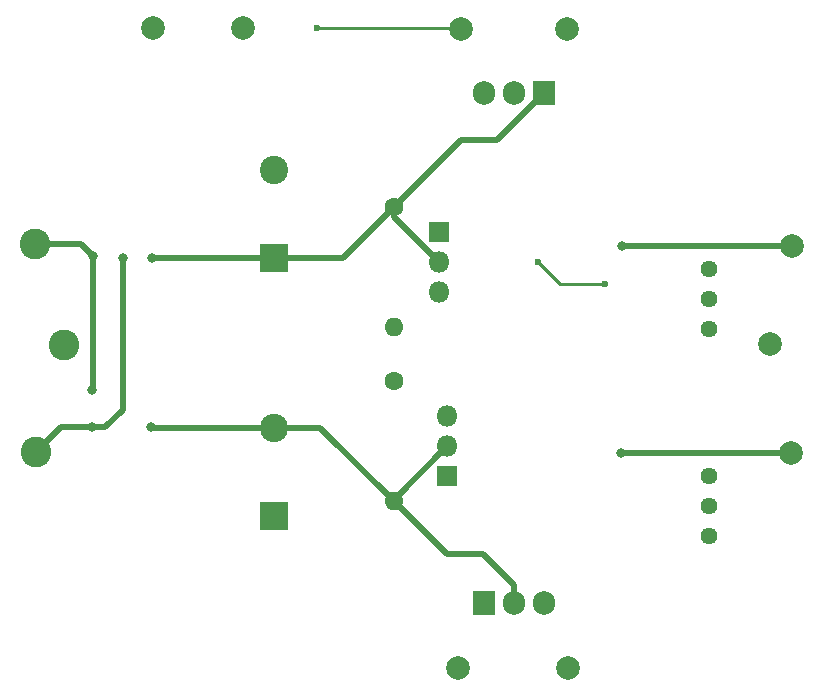
<source format=gbr>
G04 #@! TF.GenerationSoftware,KiCad,Pcbnew,(5.1.10-1-10_14)*
G04 #@! TF.CreationDate,2021-09-15T13:52:01+02:00*
G04 #@! TF.ProjectId,lv-lownoise-psu,6c762d6c-6f77-46e6-9f69-73652d707375,rev?*
G04 #@! TF.SameCoordinates,Original*
G04 #@! TF.FileFunction,Copper,L2,Bot*
G04 #@! TF.FilePolarity,Positive*
%FSLAX46Y46*%
G04 Gerber Fmt 4.6, Leading zero omitted, Abs format (unit mm)*
G04 Created by KiCad (PCBNEW (5.1.10-1-10_14)) date 2021-09-15 13:52:01*
%MOMM*%
%LPD*%
G01*
G04 APERTURE LIST*
G04 #@! TA.AperFunction,ComponentPad*
%ADD10C,2.000000*%
G04 #@! TD*
G04 #@! TA.AperFunction,ComponentPad*
%ADD11O,1.600000X1.600000*%
G04 #@! TD*
G04 #@! TA.AperFunction,ComponentPad*
%ADD12C,1.600000*%
G04 #@! TD*
G04 #@! TA.AperFunction,ComponentPad*
%ADD13O,1.800000X1.800000*%
G04 #@! TD*
G04 #@! TA.AperFunction,ComponentPad*
%ADD14R,1.800000X1.800000*%
G04 #@! TD*
G04 #@! TA.AperFunction,ComponentPad*
%ADD15O,1.905000X2.000000*%
G04 #@! TD*
G04 #@! TA.AperFunction,ComponentPad*
%ADD16R,1.905000X2.000000*%
G04 #@! TD*
G04 #@! TA.AperFunction,ComponentPad*
%ADD17C,2.400000*%
G04 #@! TD*
G04 #@! TA.AperFunction,ComponentPad*
%ADD18R,2.400000X2.400000*%
G04 #@! TD*
G04 #@! TA.AperFunction,ComponentPad*
%ADD19C,1.440000*%
G04 #@! TD*
G04 #@! TA.AperFunction,ComponentPad*
%ADD20C,2.600000*%
G04 #@! TD*
G04 #@! TA.AperFunction,ViaPad*
%ADD21C,0.800000*%
G04 #@! TD*
G04 #@! TA.AperFunction,ViaPad*
%ADD22C,0.600000*%
G04 #@! TD*
G04 #@! TA.AperFunction,Conductor*
%ADD23C,0.500000*%
G04 #@! TD*
G04 #@! TA.AperFunction,Conductor*
%ADD24C,0.250000*%
G04 #@! TD*
G04 APERTURE END LIST*
D10*
X119761000Y-85471000D03*
X129032000Y-85471000D03*
X128968500Y-31369000D03*
X120015000Y-31369000D03*
X93916500Y-31305500D03*
X101536500Y-31305500D03*
X147955000Y-67310000D03*
X146113500Y-58039000D03*
X148018500Y-49784000D03*
D11*
X114300000Y-71374000D03*
D12*
X114300000Y-61214000D03*
D11*
X114300000Y-56642000D03*
D12*
X114300000Y-46482000D03*
D13*
X118808500Y-64198500D03*
X118808500Y-66738500D03*
D14*
X118808500Y-69278500D03*
D13*
X118110000Y-53657500D03*
X118110000Y-51117500D03*
D14*
X118110000Y-48577500D03*
D15*
X127000000Y-80010000D03*
X124460000Y-80010000D03*
D16*
X121920000Y-80010000D03*
D15*
X121920000Y-36830000D03*
X124460000Y-36830000D03*
D16*
X127000000Y-36830000D03*
D17*
X104140000Y-65151000D03*
D18*
X104140000Y-72651000D03*
D17*
X104140000Y-43300000D03*
D18*
X104140000Y-50800000D03*
D19*
X140970000Y-74295000D03*
X140970000Y-71755000D03*
X140970000Y-69215000D03*
X140970000Y-56832500D03*
X140970000Y-54292500D03*
X140970000Y-51752500D03*
D20*
X83921600Y-49631600D03*
X86360000Y-58166000D03*
X83972400Y-67259200D03*
D21*
X93827600Y-50800000D03*
X88849200Y-50647600D03*
X88726000Y-61997600D03*
X93726000Y-65125600D03*
D22*
X107759500Y-31305500D03*
D21*
X133604000Y-49784000D03*
X133540500Y-67310000D03*
X88747600Y-65125600D03*
X91338400Y-50800000D03*
D22*
X132207000Y-53022500D03*
X126496600Y-51112900D03*
D23*
X109982000Y-50800000D02*
X114300000Y-46482000D01*
X104140000Y-50800000D02*
X109982000Y-50800000D01*
X114300000Y-47307500D02*
X114300000Y-46482000D01*
X118110000Y-51117500D02*
X114300000Y-47307500D01*
X114300000Y-46482000D02*
X119951500Y-40830500D01*
X122999500Y-40830500D02*
X127000000Y-36830000D01*
X119951500Y-40830500D02*
X122999500Y-40830500D01*
X104140000Y-50800000D02*
X93827600Y-50800000D01*
X87833200Y-49631600D02*
X88849200Y-50647600D01*
X83921600Y-49631600D02*
X87833200Y-49631600D01*
X88849200Y-61874400D02*
X88726000Y-61997600D01*
X88849200Y-50647600D02*
X88849200Y-61874400D01*
X108077000Y-65151000D02*
X114300000Y-71374000D01*
X104140000Y-65151000D02*
X108077000Y-65151000D01*
X114300000Y-71247000D02*
X114300000Y-71374000D01*
X118808500Y-66738500D02*
X114300000Y-71247000D01*
X114300000Y-71374000D02*
X118808500Y-75882500D01*
X124460000Y-78510000D02*
X124460000Y-80010000D01*
X121832500Y-75882500D02*
X124460000Y-78510000D01*
X118808500Y-75882500D02*
X121832500Y-75882500D01*
X93751400Y-65151000D02*
X93726000Y-65125600D01*
X104140000Y-65151000D02*
X93751400Y-65151000D01*
D24*
X119951500Y-31305500D02*
X120015000Y-31369000D01*
X107759500Y-31305500D02*
X119951500Y-31305500D01*
D23*
X147993100Y-49809400D02*
X148018500Y-49784000D01*
X133604000Y-49784000D02*
X148018500Y-49784000D01*
X147929600Y-67284600D02*
X147955000Y-67310000D01*
X133540500Y-67310000D02*
X147955000Y-67310000D01*
X83972400Y-67259200D02*
X86106000Y-65125600D01*
X86106000Y-65125600D02*
X88747600Y-65125600D01*
X88747600Y-65125600D02*
X89865200Y-65125600D01*
X91338400Y-63652400D02*
X91338400Y-50800000D01*
X89865200Y-65125600D02*
X91338400Y-63652400D01*
D24*
X132207000Y-53022500D02*
X128406200Y-53022500D01*
X128406200Y-53022500D02*
X126496600Y-51112900D01*
M02*

</source>
